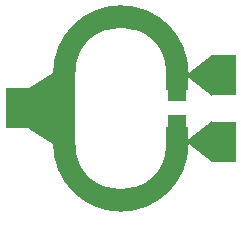
<source format=gbr>
G04 ===== Begin FILE IDENTIFICATION =====*
G04 File Format:  Gerber RS274X*
G04 ===== End FILE IDENTIFICATION =====*
%FSLAX24Y24*%
%MOIN*%
%SFA1.0000B1.0000*%
%OFA0.0B0.0*%
%ADD14R,0.078740X0.137402*%
%ADD15R,0.062992X0.039370*%
%ADD16R,0.074803X0.039370*%
%LNcond*%
%IPPOS*%
%LPD*%
G75*
G36*
G01X2626Y-600D02*
G01X3374D01*
G03X-1146I-2260J0D01*
G01X-398D01*
G02X2626I1512J0D01*
G01X2626D01*
G37*
G36*
G01X-398Y-600D02*
G01X-1146D01*
G01Y-2962D01*
G01X-398D01*
G01Y-600D01*
G37*
G36*
G01X-1933Y-1094D02*
G01Y-2468D01*
G01X-1146Y-2962D01*
G01Y-600D01*
G01X-1933Y-1094D01*
G37*
D14*
X-2327Y-1781D03*
G36*
G01X-398Y-2962D02*
G01X-1146D01*
G03X3374I2260J0D01*
G01X2626D01*
G02X-398I-1512J0D01*
G01X-398D01*
G37*
G36*
G01X2626Y-2962D02*
G01X3374D01*
G01Y-2805D01*
G01X2626D01*
G01Y-2962D01*
G37*
G36*
G01X4161Y-3570D02*
G01Y-2196D01*
G01X3374Y-2805D01*
G01Y-2962D01*
G01X4161Y-3570D01*
G37*
D14*
X4555Y-2883D03*
D15*
X3000Y-2214D03*
Y-1348D03*
G36*
G01X2626Y-757D02*
G01X3374D01*
G01Y-600D01*
G01X2626D01*
G01Y-757D01*
G37*
G36*
G01X4161Y-1366D02*
G01Y8D01*
G01X3374Y-600D01*
G01Y-757D01*
G01X4161Y-1366D01*
G37*
D14*
X4555Y-679D03*
D16*
X3000Y-2608D03*
Y-954D03*
M02*


</source>
